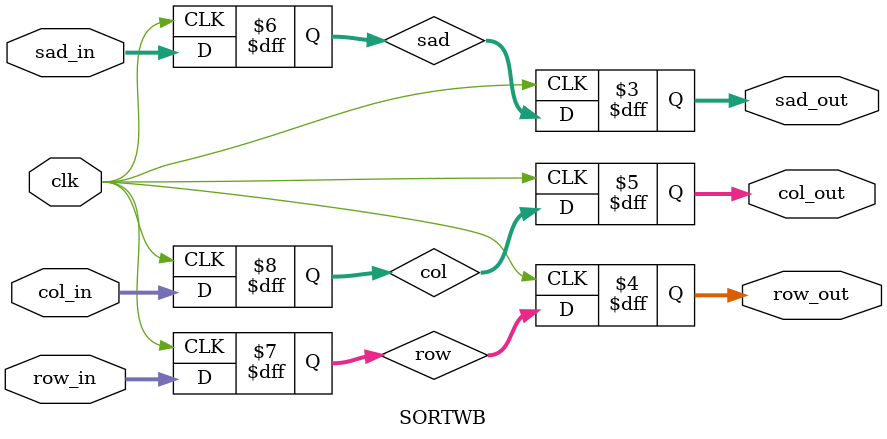
<source format=v>
`timescale 1ns / 1ps


module SORTWB #(
    parameter DATA_WIDTH = 32, // Default DATA width, can be overridden
    parameter INPUT_WIDTH = 8
) (
    input clk,
    input [DATA_WIDTH-1:0] sad_in,
    input [INPUT_WIDTH-1:0] row_in,
    input [INPUT_WIDTH-1:0] col_in,
    
    output reg [DATA_WIDTH-1:0] sad_out,
    output reg [INPUT_WIDTH-1:0] row_out,
    output reg [INPUT_WIDTH-1:0] col_out
    );
    
    // Intermediate registers to hold the values
    reg [DATA_WIDTH-1:0] sad;
    reg [INPUT_WIDTH-1:0] row;
    reg [INPUT_WIDTH-1:0] col;

    // On positive clock edge, capture the inputs
    always @(posedge clk) begin
        sad <= sad_in;
        row <= row_in;
        col <= col_in;
    end
    
    // On negative clock edge, update the outputs
    always @(negedge clk) begin
        sad_out <= sad;
        row_out <= row;
        col_out <= col;
    end
    
endmodule

</source>
